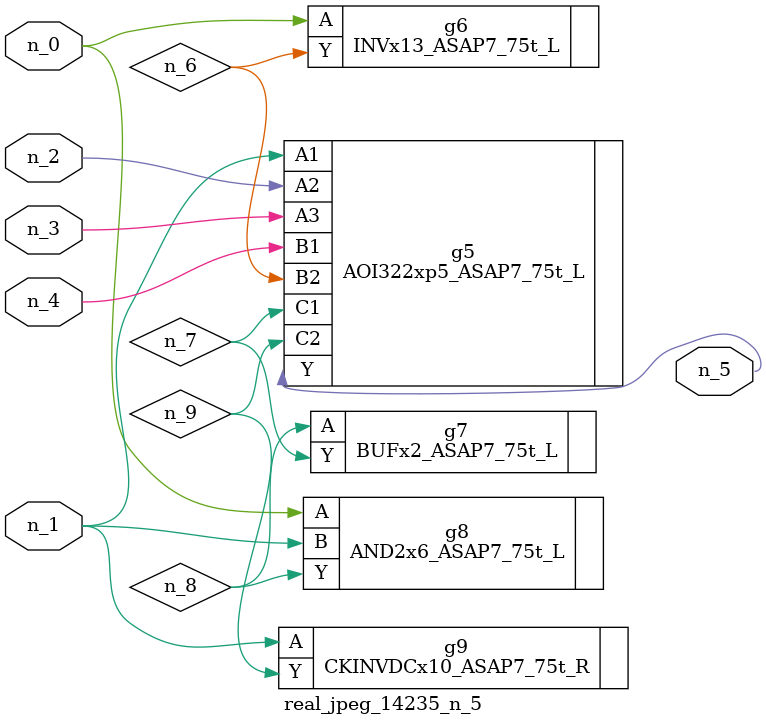
<source format=v>
module real_jpeg_14235_n_5 (n_4, n_0, n_1, n_2, n_3, n_5);

input n_4;
input n_0;
input n_1;
input n_2;
input n_3;

output n_5;

wire n_8;
wire n_6;
wire n_7;
wire n_9;

INVx13_ASAP7_75t_L g6 ( 
.A(n_0),
.Y(n_6)
);

AND2x6_ASAP7_75t_L g8 ( 
.A(n_0),
.B(n_1),
.Y(n_8)
);

AOI322xp5_ASAP7_75t_L g5 ( 
.A1(n_1),
.A2(n_2),
.A3(n_3),
.B1(n_4),
.B2(n_6),
.C1(n_7),
.C2(n_9),
.Y(n_5)
);

CKINVDCx10_ASAP7_75t_R g9 ( 
.A(n_1),
.Y(n_9)
);

BUFx2_ASAP7_75t_L g7 ( 
.A(n_8),
.Y(n_7)
);


endmodule
</source>
